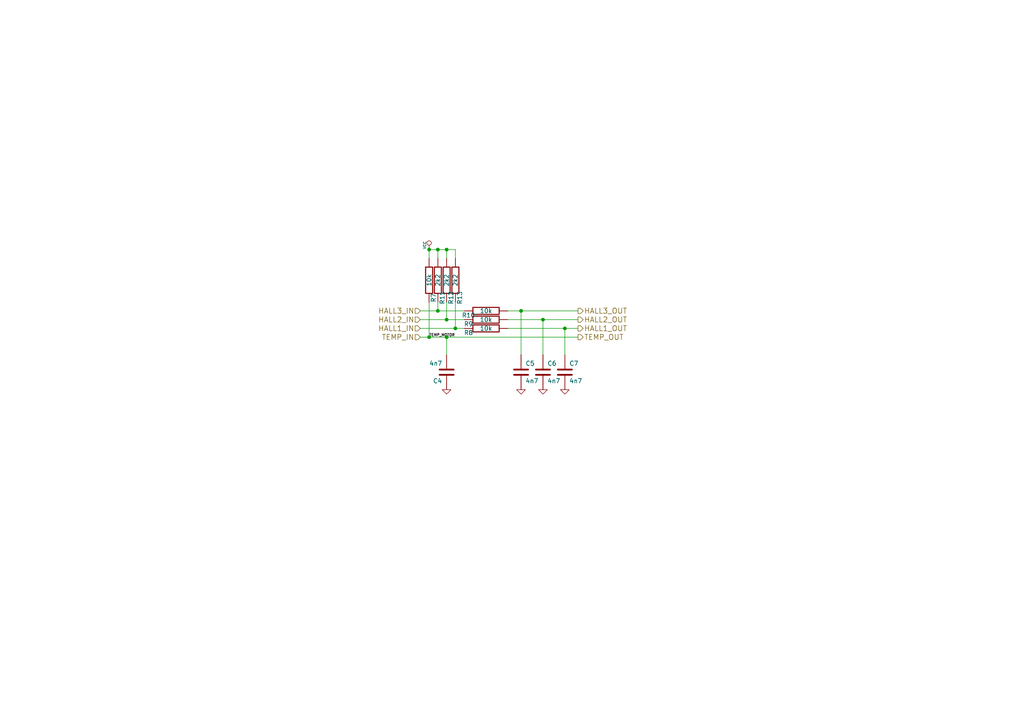
<source format=kicad_sch>
(kicad_sch (version 20211123) (generator eeschema)
  (paper "A4")
  (title_block (title "BLDC Driver 4.11") (date "21 aug 2015") (rev "4.12") (company "Benjamin Vedder"))
  (lib_symbols
    (symbol "BLDC_4-rescue:C-RESCUE-BLDC_4" (pin_numbers hide) (pin_names (offset 0.254))
      (property "Reference" "C" (at 0 2.54 0))
      (property "Value" "C-RESCUE-BLDC_4" (at 0.1524 -2.159 0))
      (symbol "C-RESCUE-BLDC_4_0_1"
        (polyline (pts (xy -2.032 -0.762) (xy 2.032 -0.762)) (stroke (width 0.508)))
        (polyline (pts (xy -2.032 0.762) (xy 2.032 0.762)) (stroke (width 0.508)))
      )
      (symbol "C-RESCUE-BLDC_4_1_1"
        (pin passive line (at 0 5.08 270) (length 4.318) (name "~") (number "1"))
        (pin passive line (at 0 -5.08 90) (length 4.318) (name "~") (number "2"))
      )
    )
    (symbol "BLDC_4-rescue:GND-RESCUE-BLDC_4" (power) (pin_names (offset 0))
      (symbol "GND-RESCUE-BLDC_4_0_1"
        (polyline (pts (xy -1.27 0) (xy 0 -1.27) (xy 1.27 0) (xy -1.27 0)))
      )
      (symbol "GND-RESCUE-BLDC_4_1_1"
        (pin power_in line (at 0 0 90) (length 0) hide (name "GND") (number "1"))
      )
    )
    (symbol "BLDC_4-rescue:R-RESCUE-BLDC_4" (pin_numbers hide) (pin_names (offset 0))
      (property "Reference" "R" (at 2.032 0 90))
      (property "Value" "R-RESCUE-BLDC_4" (at 0.1778 0.0254 90))
      (symbol "R-RESCUE-BLDC_4_0_1"
        (rectangle (start -1.016 3.81) (end 1.016 -3.81) (stroke (width 0.3048)))
      )
      (symbol "R-RESCUE-BLDC_4_1_1"
        (pin passive line (at 0 6.35 270) (length 2.54) (name "~") (number "1"))
        (pin passive line (at 0 -6.35 90) (length 2.54) (name "~") (number "2"))
      )
    )
    (symbol "BLDC_4-rescue:VCC" (power) (pin_names (offset 0))
      (property "Value" "VCC" (at 0 3.81 0))
      (symbol "VCC_0_1"
        (polyline (pts (xy 0 0) (xy 0 1.27)))
        (circle (center 0 1.905) (radius 0.635))
      )
      (symbol "VCC_1_1"
        (pin power_in line (at 0 0 90) (length 0) hide (name "VCC") (number "1"))
      )
    )
  )
  (junction (at 163.83 95.25))
  (junction (at 157.48 92.71))
  (junction (at 129.54 97.79))
  (junction (at 124.46 72.39))
  (junction (at 132.08 95.25))
  (junction (at 127 72.39))
  (junction (at 124.46 97.79))
  (junction (at 129.54 92.71))
  (junction (at 129.54 72.39))
  (junction (at 151.13 90.17))
  (junction (at 127 90.17))
  (wire (pts (xy 127 74.93) (xy 127 72.39)))
  (wire (pts (xy 157.48 92.71) (xy 157.48 102.87)))
  (wire (pts (xy 132.08 72.39) (xy 132.08 74.93)))
  (wire (pts (xy 151.13 90.17) (xy 167.64 90.17)))
  (wire (pts (xy 132.08 87.63) (xy 132.08 95.25)))
  (wire (pts (xy 147.32 95.25) (xy 163.83 95.25)))
  (wire (pts (xy 129.54 97.79) (xy 129.54 102.87)))
  (wire (pts (xy 129.54 72.39) (xy 129.54 74.93)))
  (wire (pts (xy 129.54 97.79) (xy 167.64 97.79)))
  (wire (pts (xy 124.46 72.39) (xy 124.46 74.93)))
  (wire (pts (xy 127 87.63) (xy 127 90.17)))
  (wire (pts (xy 124.46 72.39) (xy 127 72.39)))
  (wire (pts (xy 151.13 90.17) (xy 151.13 102.87)))
  (wire (pts (xy 121.92 95.25) (xy 132.08 95.25)))
  (wire (pts (xy 124.46 97.79) (xy 129.54 97.79)))
  (wire (pts (xy 121.92 92.71) (xy 129.54 92.71)))
  (wire (pts (xy 124.46 87.63) (xy 124.46 97.79)))
  (wire (pts (xy 127 72.39) (xy 129.54 72.39)))
  (wire (pts (xy 129.54 72.39) (xy 132.08 72.39)))
  (wire (pts (xy 163.83 95.25) (xy 167.64 95.25)))
  (wire (pts (xy 147.32 92.71) (xy 157.48 92.71)))
  (wire (pts (xy 127 90.17) (xy 134.62 90.17)))
  (wire (pts (xy 129.54 92.71) (xy 134.62 92.71)))
  (wire (pts (xy 163.83 95.25) (xy 163.83 102.87)))
  (wire (pts (xy 132.08 95.25) (xy 134.62 95.25)))
  (wire (pts (xy 147.32 90.17) (xy 151.13 90.17)))
  (wire (pts (xy 121.92 90.17) (xy 127 90.17)))
  (wire (pts (xy 157.48 92.71) (xy 167.64 92.71)))
  (wire (pts (xy 129.54 87.63) (xy 129.54 92.71)))
  (wire (pts (xy 121.92 97.79) (xy 124.46 97.79)))
  (label "TEMP_MOTOR" (at 124.46 97.79 0) (effects (font (size 0.762 0.762))))
  (hierarchical_label "TEMP_OUT" (shape output) (at 167.64 97.79 0) (effects (font (size 1.524 1.524))))
  (hierarchical_label "HALL3_OUT" (shape output) (at 167.64 90.17 0) (effects (font (size 1.524 1.524))))
  (hierarchical_label "HALL1_OUT" (shape output) (at 167.64 95.25 0) (effects (font (size 1.524 1.524))))
  (hierarchical_label "HALL2_IN" (shape input) (at 121.92 92.71 180) (effects (font (size 1.524 1.524))))
  (hierarchical_label "HALL3_IN" (shape input) (at 121.92 90.17 180) (effects (font (size 1.524 1.524))))
  (hierarchical_label "HALL1_IN" (shape input) (at 121.92 95.25 180) (effects (font (size 1.524 1.524))))
  (hierarchical_label "HALL2_OUT" (shape output) (at 167.64 92.71 0) (effects (font (size 1.524 1.524))))
  (hierarchical_label "TEMP_IN" (shape input) (at 121.92 97.79 180) (effects (font (size 1.524 1.524))))
  (symbol (lib_id "BLDC_4-rescue:R-RESCUE-BLDC_4") (at 124.46 81.28 180) (unit 1)
    (property "Reference" "R7" (at 125.73 86.36 90))
    (property "Value" "10k" (at 124.46 81.28 90))
    (property "Footprint" "CRF1:SMD-0603_r" (effects hide))
  )
  (symbol (lib_id "BLDC_4-rescue:R-RESCUE-BLDC_4") (at 140.97 95.25 90) (unit 1)
    (property "Reference" "R8" (at 135.89 96.52 90))
    (property "Value" "10k" (at 140.97 95.25 90))
    (property "Footprint" "CRF1:SMD-0603_r" (effects hide))
  )
  (symbol (lib_id "BLDC_4-rescue:R-RESCUE-BLDC_4") (at 140.97 92.71 90) (unit 1)
    (property "Reference" "R9" (at 135.89 93.98 90))
    (property "Value" "10k" (at 140.97 92.71 90))
    (property "Footprint" "CRF1:SMD-0603_r" (effects hide))
  )
  (symbol (lib_id "BLDC_4-rescue:R-RESCUE-BLDC_4") (at 140.97 90.17 90) (unit 1)
    (property "Reference" "R10" (at 135.89 91.44 90))
    (property "Value" "10k" (at 140.97 90.17 90))
    (property "Footprint" "CRF1:SMD-0603_r" (effects hide))
  )
  (symbol (lib_id "BLDC_4-rescue:C-RESCUE-BLDC_4") (at 151.13 107.95 0) (unit 1)
    (property "Reference" "C5" (at 152.4 105.41 0) (effects (justify left)))
    (property "Value" "4n7" (at 152.4 110.49 0) (effects (justify left)))
    (property "Footprint" "CRF1:SMD-0603_c" (effects hide))
  )
  (symbol (lib_id "BLDC_4-rescue:C-RESCUE-BLDC_4") (at 157.48 107.95 0) (unit 1)
    (property "Reference" "C6" (at 158.75 105.41 0) (effects (justify left)))
    (property "Value" "4n7" (at 158.75 110.49 0) (effects (justify left)))
    (property "Footprint" "CRF1:SMD-0603_c" (effects hide))
  )
  (symbol (lib_id "BLDC_4-rescue:C-RESCUE-BLDC_4") (at 163.83 107.95 0) (unit 1)
    (property "Reference" "C7" (at 165.1 105.41 0) (effects (justify left)))
    (property "Value" "4n7" (at 165.1 110.49 0) (effects (justify left)))
    (property "Footprint" "CRF1:SMD-0603_c" (effects hide))
  )
  (symbol (lib_id "BLDC_4-rescue:GND-RESCUE-BLDC_4") (at 151.13 113.03 0) (unit 1)
    (property "Reference" "#PWR030" (effects hide))
    (property "Value" "GND" (effects hide))
  )
  (symbol (lib_id "BLDC_4-rescue:R-RESCUE-BLDC_4") (at 127 81.28 180) (unit 1)
    (property "Reference" "R11" (at 128.27 86.36 90))
    (property "Value" "2k2" (at 127 81.28 90))
    (property "Footprint" "CRF1:SMD-0603_r" (effects hide))
  )
  (symbol (lib_id "BLDC_4-rescue:R-RESCUE-BLDC_4") (at 129.54 81.28 180) (unit 1)
    (property "Reference" "R12" (at 130.81 86.36 90))
    (property "Value" "2k2" (at 129.54 81.28 90))
    (property "Footprint" "CRF1:SMD-0603_r" (effects hide))
  )
  (symbol (lib_id "BLDC_4-rescue:R-RESCUE-BLDC_4") (at 132.08 81.28 180) (unit 1)
    (property "Reference" "R13" (at 133.35 86.36 90))
    (property "Value" "2k2" (at 132.08 81.28 90))
    (property "Footprint" "CRF1:SMD-0603_r" (effects hide))
  )
  (symbol (lib_id "BLDC_4-rescue:C-RESCUE-BLDC_4") (at 129.54 107.95 180) (unit 1)
    (property "Reference" "C4" (at 128.27 110.49 0) (effects (justify left)))
    (property "Value" "4n7" (at 128.27 105.41 0) (effects (justify left)))
    (property "Footprint" "CRF1:SMD-0603_c" (effects hide))
  )
  (symbol (lib_id "BLDC_4-rescue:GND-RESCUE-BLDC_4") (at 129.54 113.03 0) (unit 1)
    (property "Reference" "#PWR031" (effects hide))
    (property "Value" "GND" (effects hide))
  )
  (symbol (lib_id "BLDC_4-rescue:VCC") (at 124.46 72.39 0) (unit 1)
    (property "Reference" "#PWR032" (effects hide))
    (property "Value" "VCC" (at 123.19 71.12 90) (effects (font (size 0.762 0.762))))
  )
  (symbol (lib_id "BLDC_4-rescue:GND-RESCUE-BLDC_4") (at 157.48 113.03 0) (unit 1)
    (property "Reference" "#PWR033" (effects hide))
    (property "Value" "GND" (effects hide))
  )
  (symbol (lib_id "BLDC_4-rescue:GND-RESCUE-BLDC_4") (at 163.83 113.03 0) (unit 1)
    (property "Reference" "#PWR034" (effects hide))
    (property "Value" "GND" (effects hide))
  )
)
</source>
